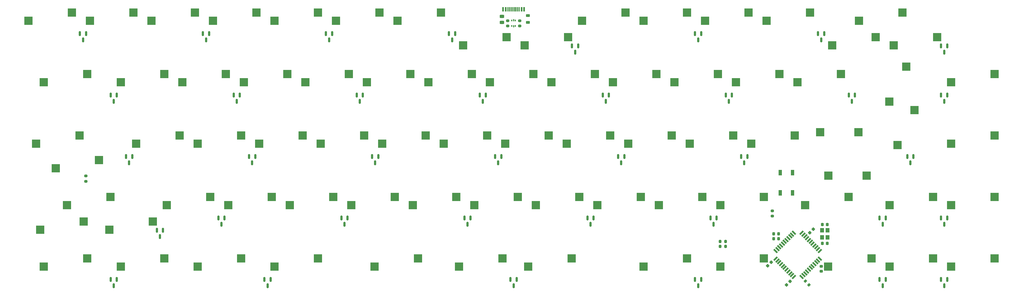
<source format=gbr>
%TF.GenerationSoftware,KiCad,Pcbnew,(5.99.0-11177-g6c67dfa032)*%
%TF.CreationDate,2021-09-16T00:40:47+03:00*%
%TF.ProjectId,Charon_32U4_Hotswap,43686172-6f6e-45f3-9332-55345f486f74,rev?*%
%TF.SameCoordinates,Original*%
%TF.FileFunction,Paste,Bot*%
%TF.FilePolarity,Positive*%
%FSLAX46Y46*%
G04 Gerber Fmt 4.6, Leading zero omitted, Abs format (unit mm)*
G04 Created by KiCad (PCBNEW (5.99.0-11177-g6c67dfa032)) date 2021-09-16 00:40:47*
%MOMM*%
%LPD*%
G01*
G04 APERTURE LIST*
G04 Aperture macros list*
%AMRoundRect*
0 Rectangle with rounded corners*
0 $1 Rounding radius*
0 $2 $3 $4 $5 $6 $7 $8 $9 X,Y pos of 4 corners*
0 Add a 4 corners polygon primitive as box body*
4,1,4,$2,$3,$4,$5,$6,$7,$8,$9,$2,$3,0*
0 Add four circle primitives for the rounded corners*
1,1,$1+$1,$2,$3*
1,1,$1+$1,$4,$5*
1,1,$1+$1,$6,$7*
1,1,$1+$1,$8,$9*
0 Add four rect primitives between the rounded corners*
20,1,$1+$1,$2,$3,$4,$5,0*
20,1,$1+$1,$4,$5,$6,$7,0*
20,1,$1+$1,$6,$7,$8,$9,0*
20,1,$1+$1,$8,$9,$2,$3,0*%
%AMRotRect*
0 Rectangle, with rotation*
0 The origin of the aperture is its center*
0 $1 length*
0 $2 width*
0 $3 Rotation angle, in degrees counterclockwise*
0 Add horizontal line*
21,1,$1,$2,0,0,$3*%
G04 Aperture macros list end*
%ADD10R,2.550000X2.500000*%
%ADD11R,0.600000X1.450000*%
%ADD12R,0.300000X1.450000*%
%ADD13RoundRect,0.150000X-0.150000X0.587500X-0.150000X-0.587500X0.150000X-0.587500X0.150000X0.587500X0*%
%ADD14R,2.500000X2.550000*%
%ADD15R,1.000000X1.700000*%
%ADD16RoundRect,0.200000X-0.200000X-0.275000X0.200000X-0.275000X0.200000X0.275000X-0.200000X0.275000X0*%
%ADD17RoundRect,0.225000X-0.250000X0.225000X-0.250000X-0.225000X0.250000X-0.225000X0.250000X0.225000X0*%
%ADD18RotRect,1.500000X0.550000X315.000000*%
%ADD19RotRect,1.500000X0.550000X225.000000*%
%ADD20RoundRect,0.218750X-0.381250X0.218750X-0.381250X-0.218750X0.381250X-0.218750X0.381250X0.218750X0*%
%ADD21RoundRect,0.200000X-0.275000X0.200000X-0.275000X-0.200000X0.275000X-0.200000X0.275000X0.200000X0*%
%ADD22RoundRect,0.225000X0.225000X0.250000X-0.225000X0.250000X-0.225000X-0.250000X0.225000X-0.250000X0*%
%ADD23RoundRect,0.243750X-0.456250X0.243750X-0.456250X-0.243750X0.456250X-0.243750X0.456250X0.243750X0*%
%ADD24R,1.200000X1.400000*%
%ADD25RoundRect,0.225000X0.017678X-0.335876X0.335876X-0.017678X-0.017678X0.335876X-0.335876X0.017678X0*%
%ADD26RoundRect,0.200000X-0.335876X-0.053033X-0.053033X-0.335876X0.335876X0.053033X0.053033X0.335876X0*%
%ADD27RoundRect,0.225000X-0.017678X0.335876X-0.335876X0.017678X0.017678X-0.335876X0.335876X-0.017678X0*%
%ADD28RoundRect,0.200000X0.275000X-0.200000X0.275000X0.200000X-0.275000X0.200000X-0.275000X-0.200000X0*%
%ADD29RoundRect,0.225000X-0.225000X-0.250000X0.225000X-0.250000X0.225000X0.250000X-0.225000X0.250000X0*%
%ADD30R,0.375000X0.500000*%
%ADD31R,0.300000X0.650000*%
G04 APERTURE END LIST*
D10*
%TO.C,K70*%
X337921250Y-132000625D03*
X351371250Y-129460625D03*
%TD*%
D11*
%TO.C,J1*%
X199156250Y-52185000D03*
X199956250Y-52185000D03*
D12*
X201156250Y-52185000D03*
X202156250Y-52185000D03*
X202656250Y-52185000D03*
X203656250Y-52185000D03*
D11*
X204856250Y-52185000D03*
X205656250Y-52185000D03*
X205656250Y-52185000D03*
X204856250Y-52185000D03*
D12*
X204156250Y-52185000D03*
X203156250Y-52185000D03*
X201656250Y-52185000D03*
X200656250Y-52185000D03*
D11*
X199956250Y-52185000D03*
X199156250Y-52185000D03*
%TD*%
D10*
%TO.C,K57*%
X292677500Y-112950625D03*
X306127500Y-110410625D03*
%TD*%
D13*
%TO.C,KD25*%
X110968750Y-116934375D03*
X112868750Y-116934375D03*
X111918750Y-118809375D03*
%TD*%
D10*
%TO.C,K58*%
X318871250Y-112950625D03*
X332321250Y-110410625D03*
%TD*%
%TO.C,K31*%
X74035000Y-98980625D03*
X60585000Y-101520625D03*
%TD*%
D14*
%TO.C,K43a1*%
X299878750Y-103800625D03*
X297338750Y-90350625D03*
%TD*%
D13*
%TO.C,KD1*%
X68106250Y-59784375D03*
X70006250Y-59784375D03*
X69056250Y-61659375D03*
%TD*%
D15*
%TO.C,SW1*%
X288766250Y-109130625D03*
X288766250Y-102830625D03*
X284966250Y-109130625D03*
X284966250Y-102830625D03*
%TD*%
D10*
%TO.C,K7*%
X166471250Y-55800625D03*
X179921250Y-53260625D03*
%TD*%
D13*
%TO.C,KD31*%
X334806250Y-116934375D03*
X336706250Y-116934375D03*
X335756250Y-118809375D03*
%TD*%
D10*
%TO.C,K49*%
X133133750Y-112950625D03*
X146583750Y-110410625D03*
%TD*%
%TO.C,K64a1*%
X185521250Y-132000625D03*
X198971250Y-129460625D03*
%TD*%
%TO.C,K34*%
X123608750Y-93900625D03*
X137058750Y-91360625D03*
%TD*%
%TO.C,K9*%
X219291250Y-60880625D03*
X205841250Y-63420625D03*
%TD*%
%TO.C,K33*%
X104558750Y-93900625D03*
X118008750Y-91360625D03*
%TD*%
D13*
%TO.C,KD27*%
X187168750Y-116934375D03*
X189068750Y-116934375D03*
X188118750Y-118809375D03*
%TD*%
%TO.C,KD4*%
X182406250Y-59784375D03*
X184306250Y-59784375D03*
X183356250Y-61659375D03*
%TD*%
D16*
%TO.C,R4*%
X266383000Y-124221875D03*
X268033000Y-124221875D03*
%TD*%
D17*
%TO.C,C2*%
X297656250Y-131860625D03*
X297656250Y-133410625D03*
%TD*%
D10*
%TO.C,K56*%
X266483750Y-112950625D03*
X279933750Y-110410625D03*
%TD*%
%TO.C,K54*%
X228383750Y-112950625D03*
X241833750Y-110410625D03*
%TD*%
%TO.C,K8*%
X200241250Y-60880625D03*
X186791250Y-63420625D03*
%TD*%
D13*
%TO.C,KD19*%
X158593750Y-97884375D03*
X160493750Y-97884375D03*
X159543750Y-99759375D03*
%TD*%
D10*
%TO.C,K24*%
X214096250Y-74850625D03*
X227546250Y-72310625D03*
%TD*%
D13*
%TO.C,KD23*%
X324328750Y-97884375D03*
X326228750Y-97884375D03*
X325278750Y-99759375D03*
%TD*%
%TO.C,KD12*%
X191931250Y-78834375D03*
X193831250Y-78834375D03*
X192881250Y-80709375D03*
%TD*%
D18*
%TO.C,U2*%
X283558314Y-127115543D03*
X284124000Y-126549858D03*
X284689685Y-125984173D03*
X285255370Y-125418487D03*
X285821056Y-124852802D03*
X286386741Y-124287116D03*
X286952427Y-123721431D03*
X287518112Y-123155745D03*
X288083798Y-122590060D03*
X288649483Y-122024375D03*
X289215168Y-121458689D03*
D19*
X291619332Y-121458689D03*
X292185017Y-122024375D03*
X292750702Y-122590060D03*
X293316388Y-123155745D03*
X293882073Y-123721431D03*
X294447759Y-124287116D03*
X295013444Y-124852802D03*
X295579130Y-125418487D03*
X296144815Y-125984173D03*
X296710500Y-126549858D03*
X297276186Y-127115543D03*
D18*
X297276186Y-129519707D03*
X296710500Y-130085392D03*
X296144815Y-130651077D03*
X295579130Y-131216763D03*
X295013444Y-131782448D03*
X294447759Y-132348134D03*
X293882073Y-132913819D03*
X293316388Y-133479505D03*
X292750702Y-134045190D03*
X292185017Y-134610875D03*
X291619332Y-135176561D03*
D19*
X289215168Y-135176561D03*
X288649483Y-134610875D03*
X288083798Y-134045190D03*
X287518112Y-133479505D03*
X286952427Y-132913819D03*
X286386741Y-132348134D03*
X285821056Y-131782448D03*
X285255370Y-131216763D03*
X284689685Y-130651077D03*
X284124000Y-130085392D03*
X283558314Y-129519707D03*
%TD*%
D13*
%TO.C,KD36*%
X315756250Y-135984375D03*
X317656250Y-135984375D03*
X316706250Y-137859375D03*
%TD*%
D10*
%TO.C,K40*%
X237908750Y-93900625D03*
X251358750Y-91360625D03*
%TD*%
%TO.C,K11*%
X242671250Y-55800625D03*
X256121250Y-53260625D03*
%TD*%
%TO.C,K15*%
X333591250Y-60880625D03*
X320141250Y-63420625D03*
%TD*%
D13*
%TO.C,KD11*%
X153831250Y-78834375D03*
X155731250Y-78834375D03*
X154781250Y-80709375D03*
%TD*%
D10*
%TO.C,K52*%
X190283750Y-112950625D03*
X203733750Y-110410625D03*
%TD*%
%TO.C,K53*%
X209333750Y-112950625D03*
X222783750Y-110410625D03*
%TD*%
%TO.C,K10*%
X223621250Y-55800625D03*
X237071250Y-53260625D03*
%TD*%
%TO.C,K63*%
X128371250Y-132000625D03*
X141821250Y-129460625D03*
%TD*%
D20*
%TO.C,FB1*%
X206881250Y-54178125D03*
X206881250Y-56303125D03*
%TD*%
D13*
%TO.C,KD32*%
X77631250Y-135984375D03*
X79531250Y-135984375D03*
X78581250Y-137859375D03*
%TD*%
D10*
%TO.C,K27*%
X271246250Y-74850625D03*
X284696250Y-72310625D03*
%TD*%
%TO.C,K51*%
X171233750Y-112950625D03*
X184683750Y-110410625D03*
%TD*%
D21*
%TO.C,R2*%
X204266800Y-55729735D03*
X204266800Y-57379735D03*
%TD*%
D10*
%TO.C,K5*%
X128371250Y-55800625D03*
X141821250Y-53260625D03*
%TD*%
%TO.C,K50*%
X152183750Y-112950625D03*
X165633750Y-110410625D03*
%TD*%
%TO.C,K41*%
X256958750Y-93900625D03*
X270408750Y-91360625D03*
%TD*%
D13*
%TO.C,KD24*%
X91918750Y-120744375D03*
X93818750Y-120744375D03*
X92868750Y-122619375D03*
%TD*%
%TO.C,KD28*%
X225268750Y-116934375D03*
X227168750Y-116934375D03*
X226218750Y-118809375D03*
%TD*%
%TO.C,KD3*%
X144306250Y-59784375D03*
X146206250Y-59784375D03*
X145256250Y-61659375D03*
%TD*%
D22*
%TO.C,C6*%
X299574250Y-124761625D03*
X298024250Y-124761625D03*
%TD*%
D13*
%TO.C,KD26*%
X149068750Y-116934375D03*
X150968750Y-116934375D03*
X150018750Y-118809375D03*
%TD*%
D10*
%TO.C,K17*%
X80746250Y-74850625D03*
X94196250Y-72310625D03*
%TD*%
%TO.C,K38*%
X199808750Y-93900625D03*
X213258750Y-91360625D03*
%TD*%
%TO.C,K64*%
X159327500Y-132000625D03*
X172777500Y-129460625D03*
%TD*%
%TO.C,K19*%
X118846250Y-74850625D03*
X132296250Y-72310625D03*
%TD*%
D16*
%TO.C,R5*%
X266383000Y-125745875D03*
X268033000Y-125745875D03*
%TD*%
D14*
%TO.C,K29a1*%
X321310000Y-94275625D03*
X318770000Y-80825625D03*
%TD*%
D13*
%TO.C,KD37*%
X334806250Y-135984375D03*
X336706250Y-135984375D03*
X335756250Y-137859375D03*
%TD*%
D10*
%TO.C,K3*%
X90271250Y-55800625D03*
X103721250Y-53260625D03*
%TD*%
D14*
%TO.C,K29*%
X324008750Y-70030625D03*
X326548750Y-83480625D03*
%TD*%
D10*
%TO.C,K4*%
X109321250Y-55800625D03*
X122771250Y-53260625D03*
%TD*%
D23*
%TO.C,F1*%
X198831200Y-54383700D03*
X198831200Y-56258700D03*
%TD*%
D10*
%TO.C,K37*%
X180758750Y-93900625D03*
X194208750Y-91360625D03*
%TD*%
D24*
%TO.C,Y1*%
X299649250Y-120740625D03*
X299649250Y-122940625D03*
X297949250Y-122940625D03*
X297949250Y-120740625D03*
%TD*%
D13*
%TO.C,KD5*%
X220506250Y-63594375D03*
X222406250Y-63594375D03*
X221456250Y-65469375D03*
%TD*%
D25*
%TO.C,C1*%
X294100250Y-121459625D03*
X295196266Y-120363609D03*
%TD*%
D13*
%TO.C,KD2*%
X106206250Y-59784375D03*
X108106250Y-59784375D03*
X107156250Y-61659375D03*
%TD*%
D26*
%TO.C,R7*%
X292754887Y-136497262D03*
X293921613Y-137663988D03*
%TD*%
D21*
%TO.C,R1*%
X200558400Y-55729735D03*
X200558400Y-57379735D03*
%TD*%
D13*
%TO.C,KD10*%
X115731250Y-78834375D03*
X117631250Y-78834375D03*
X116681250Y-80709375D03*
%TD*%
D10*
%TO.C,K23*%
X195046250Y-74850625D03*
X208496250Y-72310625D03*
%TD*%
%TO.C,K32*%
X85508750Y-93900625D03*
X98958750Y-91360625D03*
%TD*%
%TO.C,K26*%
X252196250Y-74850625D03*
X265646250Y-72310625D03*
%TD*%
D22*
%TO.C,C5*%
X284524750Y-121808875D03*
X282974750Y-121808875D03*
%TD*%
D10*
%TO.C,K18*%
X99796250Y-74850625D03*
X113246250Y-72310625D03*
%TD*%
%TO.C,K22*%
X175996250Y-74850625D03*
X189446250Y-72310625D03*
%TD*%
%TO.C,K6*%
X147421250Y-55800625D03*
X160871250Y-53260625D03*
%TD*%
D13*
%TO.C,KD17*%
X82393750Y-97884375D03*
X84293750Y-97884375D03*
X83343750Y-99759375D03*
%TD*%
D10*
%TO.C,K42*%
X276008750Y-93900625D03*
X289458750Y-91360625D03*
%TD*%
%TO.C,K65*%
X206952500Y-132000625D03*
X220402500Y-129460625D03*
%TD*%
D13*
%TO.C,KD21*%
X234793750Y-97884375D03*
X236693750Y-97884375D03*
X235743750Y-99759375D03*
%TD*%
D10*
%TO.C,K30*%
X337921250Y-74850625D03*
X351371250Y-72310625D03*
%TD*%
%TO.C,K12*%
X261721250Y-55800625D03*
X275171250Y-53260625D03*
%TD*%
%TO.C,K20*%
X137896250Y-74850625D03*
X151346250Y-72310625D03*
%TD*%
%TO.C,K48*%
X114083750Y-112950625D03*
X127533750Y-110410625D03*
%TD*%
D22*
%TO.C,C7*%
X299574250Y-118919625D03*
X298024250Y-118919625D03*
%TD*%
D13*
%TO.C,KD33*%
X125256250Y-135984375D03*
X127156250Y-135984375D03*
X126206250Y-137859375D03*
%TD*%
D10*
%TO.C,K69*%
X318871250Y-132000625D03*
X332321250Y-129460625D03*
%TD*%
%TO.C,K45*%
X69272500Y-118030625D03*
X55822500Y-120570625D03*
%TD*%
%TO.C,K13*%
X280771250Y-55800625D03*
X294221250Y-53260625D03*
%TD*%
D13*
%TO.C,KD14*%
X268131250Y-78834375D03*
X270031250Y-78834375D03*
X269081250Y-80709375D03*
%TD*%
%TO.C,KD6*%
X258606250Y-59784375D03*
X260506250Y-59784375D03*
X259556250Y-61659375D03*
%TD*%
%TO.C,KD16*%
X334806250Y-78834375D03*
X336706250Y-78834375D03*
X335756250Y-80709375D03*
%TD*%
D10*
%TO.C,K61*%
X80746250Y-132000625D03*
X94196250Y-129460625D03*
%TD*%
D13*
%TO.C,KD18*%
X120493750Y-97884375D03*
X122393750Y-97884375D03*
X121443750Y-99759375D03*
%TD*%
D14*
%TO.C,K43*%
X311785000Y-103800625D03*
X309245000Y-90350625D03*
%TD*%
D10*
%TO.C,K47*%
X95033750Y-112950625D03*
X108483750Y-110410625D03*
%TD*%
%TO.C,K28*%
X290296250Y-74850625D03*
X303746250Y-72310625D03*
%TD*%
%TO.C,K36*%
X161708750Y-93900625D03*
X175158750Y-91360625D03*
%TD*%
%TO.C,K39*%
X218858750Y-93900625D03*
X232308750Y-91360625D03*
%TD*%
D13*
%TO.C,KD35*%
X258606250Y-135984375D03*
X260506250Y-135984375D03*
X259556250Y-137859375D03*
%TD*%
%TO.C,KD8*%
X334806250Y-63594375D03*
X336706250Y-63594375D03*
X335756250Y-65469375D03*
%TD*%
D10*
%TO.C,K62*%
X104558750Y-132000625D03*
X118008750Y-129460625D03*
%TD*%
%TO.C,K59*%
X337921250Y-112950625D03*
X351371250Y-110410625D03*
%TD*%
D13*
%TO.C,KD30*%
X315756250Y-116934375D03*
X317656250Y-116934375D03*
X316706250Y-118809375D03*
%TD*%
D10*
%TO.C,K60*%
X56933750Y-132000625D03*
X70383750Y-129460625D03*
%TD*%
%TO.C,K67*%
X266483750Y-132000625D03*
X279933750Y-129460625D03*
%TD*%
D27*
%TO.C,C3*%
X288044258Y-136532617D03*
X286948242Y-137628633D03*
%TD*%
D10*
%TO.C,K44*%
X337921250Y-93900625D03*
X351371250Y-91360625D03*
%TD*%
%TO.C,K1*%
X52171250Y-55800625D03*
X65621250Y-53260625D03*
%TD*%
%TO.C,K46*%
X90703750Y-118030625D03*
X77253750Y-120570625D03*
%TD*%
D13*
%TO.C,KD13*%
X230031250Y-78834375D03*
X231931250Y-78834375D03*
X230981250Y-80709375D03*
%TD*%
D28*
%TO.C,R6*%
X69945250Y-105520625D03*
X69945250Y-103870625D03*
%TD*%
D10*
%TO.C,K55*%
X247433750Y-112950625D03*
X260883750Y-110410625D03*
%TD*%
%TO.C,K21*%
X156946250Y-74850625D03*
X170396250Y-72310625D03*
%TD*%
%TO.C,K68*%
X299821250Y-132000625D03*
X313271250Y-129460625D03*
%TD*%
D13*
%TO.C,KD9*%
X77631250Y-78834375D03*
X79531250Y-78834375D03*
X78581250Y-80709375D03*
%TD*%
D28*
%TO.C,R3*%
X282543250Y-116315625D03*
X282543250Y-114665625D03*
%TD*%
D10*
%TO.C,K66*%
X242671250Y-132000625D03*
X256121250Y-129460625D03*
%TD*%
%TO.C,K16*%
X56933750Y-74850625D03*
X70383750Y-72310625D03*
%TD*%
D13*
%TO.C,KD34*%
X201456250Y-135984375D03*
X203356250Y-135984375D03*
X202406250Y-137859375D03*
%TD*%
%TO.C,KD22*%
X272893750Y-97884375D03*
X274793750Y-97884375D03*
X273843750Y-99759375D03*
%TD*%
%TO.C,KD20*%
X196693750Y-97884375D03*
X198593750Y-97884375D03*
X197643750Y-99759375D03*
%TD*%
D29*
%TO.C,C8*%
X282974750Y-123317000D03*
X284524750Y-123317000D03*
%TD*%
D10*
%TO.C,K2*%
X71221250Y-55800625D03*
X84671250Y-53260625D03*
%TD*%
D13*
%TO.C,KD7*%
X296706250Y-59784375D03*
X298606250Y-59784375D03*
X297656250Y-61659375D03*
%TD*%
D10*
%TO.C,K45a1*%
X64077500Y-112950625D03*
X77527500Y-110410625D03*
%TD*%
%TO.C,K35*%
X142658750Y-93900625D03*
X156108750Y-91360625D03*
%TD*%
D13*
%TO.C,KD15*%
X306231250Y-78834375D03*
X308131250Y-78834375D03*
X307181250Y-80709375D03*
%TD*%
D30*
%TO.C,U1*%
X201868920Y-55704735D03*
D31*
X202406420Y-55629735D03*
D30*
X202943920Y-55704735D03*
X202943920Y-57404735D03*
D31*
X202406420Y-57479735D03*
D30*
X201868920Y-57404735D03*
%TD*%
D13*
%TO.C,KD29*%
X263368750Y-116934375D03*
X265268750Y-116934375D03*
X264318750Y-118809375D03*
%TD*%
D10*
%TO.C,K31a1*%
X54552500Y-93900625D03*
X68002500Y-91360625D03*
%TD*%
D27*
%TO.C,C4*%
X282154633Y-130627117D03*
X281058617Y-131723133D03*
%TD*%
D10*
%TO.C,K14*%
X314541250Y-60880625D03*
X301091250Y-63420625D03*
%TD*%
%TO.C,K14a1*%
X309346250Y-55800625D03*
X322796250Y-53260625D03*
%TD*%
%TO.C,K25*%
X233146250Y-74850625D03*
X246596250Y-72310625D03*
%TD*%
M02*

</source>
